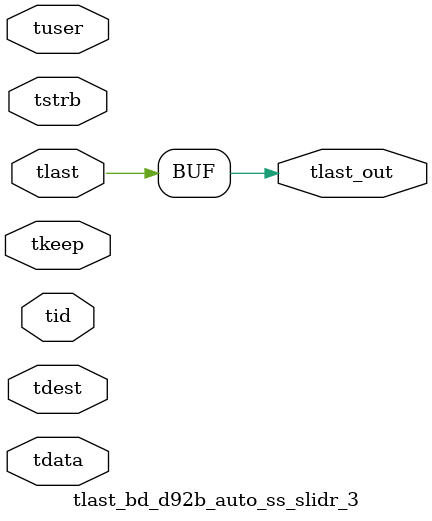
<source format=v>


`timescale 1ps/1ps

module tlast_bd_d92b_auto_ss_slidr_3 #
(
parameter C_S_AXIS_TID_WIDTH   = 1,
parameter C_S_AXIS_TUSER_WIDTH = 0,
parameter C_S_AXIS_TDATA_WIDTH = 0,
parameter C_S_AXIS_TDEST_WIDTH = 0
)
(
input  [(C_S_AXIS_TID_WIDTH   == 0 ? 1 : C_S_AXIS_TID_WIDTH)-1:0       ] tid,
input  [(C_S_AXIS_TDATA_WIDTH == 0 ? 1 : C_S_AXIS_TDATA_WIDTH)-1:0     ] tdata,
input  [(C_S_AXIS_TUSER_WIDTH == 0 ? 1 : C_S_AXIS_TUSER_WIDTH)-1:0     ] tuser,
input  [(C_S_AXIS_TDEST_WIDTH == 0 ? 1 : C_S_AXIS_TDEST_WIDTH)-1:0     ] tdest,
input  [(C_S_AXIS_TDATA_WIDTH/8)-1:0 ] tkeep,
input  [(C_S_AXIS_TDATA_WIDTH/8)-1:0 ] tstrb,
input  [0:0]                                                             tlast,
output                                                                   tlast_out
);

assign tlast_out = {tlast};

endmodule


</source>
